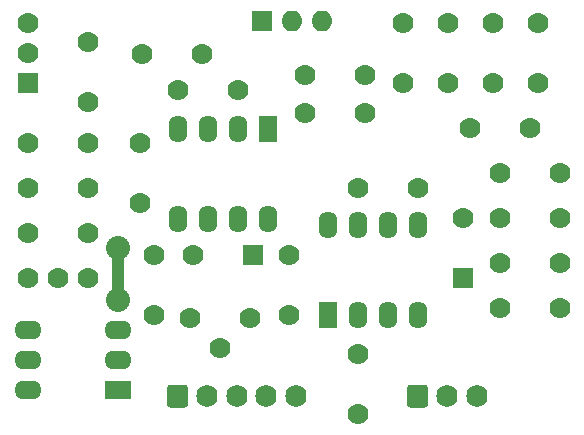
<source format=gbr>
G04 #@! TF.GenerationSoftware,KiCad,Pcbnew,(5.1.9)-1*
G04 #@! TF.CreationDate,2021-05-04T10:01:55+09:00*
G04 #@! TF.ProjectId,ipm165,69706d31-3635-42e6-9b69-6361645f7063,0*
G04 #@! TF.SameCoordinates,Original*
G04 #@! TF.FileFunction,Copper,L1,Top*
G04 #@! TF.FilePolarity,Positive*
%FSLAX46Y46*%
G04 Gerber Fmt 4.6, Leading zero omitted, Abs format (unit mm)*
G04 Created by KiCad (PCBNEW (5.1.9)-1) date 2021-05-04 10:01:55*
%MOMM*%
%LPD*%
G01*
G04 APERTURE LIST*
G04 #@! TA.AperFunction,ComponentPad*
%ADD10C,1.778000*%
G04 #@! TD*
G04 #@! TA.AperFunction,ComponentPad*
%ADD11O,1.600000X2.300000*%
G04 #@! TD*
G04 #@! TA.AperFunction,ComponentPad*
%ADD12R,1.600000X2.300000*%
G04 #@! TD*
G04 #@! TA.AperFunction,ComponentPad*
%ADD13O,2.300000X1.600000*%
G04 #@! TD*
G04 #@! TA.AperFunction,ComponentPad*
%ADD14R,2.300000X1.600000*%
G04 #@! TD*
G04 #@! TA.AperFunction,ComponentPad*
%ADD15R,1.778000X1.778000*%
G04 #@! TD*
G04 #@! TA.AperFunction,ComponentPad*
%ADD16O,1.778000X1.778000*%
G04 #@! TD*
G04 #@! TA.AperFunction,ComponentPad*
%ADD17O,1.778000X1.930400*%
G04 #@! TD*
G04 #@! TA.AperFunction,ViaPad*
%ADD18C,2.032000*%
G04 #@! TD*
G04 #@! TA.AperFunction,Conductor*
%ADD19C,1.016000*%
G04 #@! TD*
G04 APERTURE END LIST*
D10*
X43688000Y-35560000D03*
X38608000Y-35560000D03*
X36576000Y-54610000D03*
X36576000Y-49530000D03*
D11*
X46228000Y-46482000D03*
X43688000Y-46482000D03*
X41148000Y-46482000D03*
X38608000Y-46482000D03*
X38608000Y-38862000D03*
X41148000Y-38862000D03*
X43688000Y-38862000D03*
D12*
X46228000Y-38862000D03*
D10*
X25908000Y-47625000D03*
X30988000Y-47625000D03*
D13*
X33528000Y-58420000D03*
X25908000Y-55880000D03*
X25908000Y-58420000D03*
X25908000Y-60960000D03*
D14*
X33528000Y-60960000D03*
D13*
X33528000Y-55880000D03*
D11*
X51308000Y-46990000D03*
X53848000Y-46990000D03*
X56388000Y-46990000D03*
X58928000Y-46990000D03*
X58928000Y-54610000D03*
X56388000Y-54610000D03*
X53848000Y-54610000D03*
D12*
X51308000Y-54610000D03*
D10*
X35560000Y-32512000D03*
X40640000Y-32512000D03*
X54483000Y-37465000D03*
X49403000Y-37465000D03*
X57658000Y-34925000D03*
X57658000Y-29845000D03*
X65278000Y-34925000D03*
X65278000Y-29845000D03*
X70993000Y-53975000D03*
X65913000Y-53975000D03*
X70993000Y-46355000D03*
X65913000Y-46355000D03*
D15*
X44958000Y-49530000D03*
D10*
X39878000Y-49530000D03*
D15*
X62738000Y-51435000D03*
D10*
X62738000Y-46355000D03*
X30988000Y-36576000D03*
X30988000Y-31496000D03*
X30988000Y-40005000D03*
X25908000Y-40005000D03*
X25908000Y-43815000D03*
X30988000Y-43815000D03*
X35433000Y-40005000D03*
X35433000Y-45085000D03*
X54483000Y-34290000D03*
X49403000Y-34290000D03*
X61468000Y-34925000D03*
X61468000Y-29845000D03*
X69088000Y-34925000D03*
X69088000Y-29845000D03*
X68453000Y-38735000D03*
X63373000Y-38735000D03*
X70993000Y-50165000D03*
X65913000Y-50165000D03*
X48006000Y-49530000D03*
X48006000Y-54610000D03*
X53848000Y-57912000D03*
X53848000Y-62992000D03*
X53848000Y-43815000D03*
X58928000Y-43815000D03*
X65913000Y-42545000D03*
X70993000Y-42545000D03*
X30988000Y-51435000D03*
X28448000Y-51435000D03*
X25908000Y-51435000D03*
D16*
X50800000Y-29718000D03*
X48260000Y-29718000D03*
D15*
X45720000Y-29718000D03*
D17*
X48608000Y-61468000D03*
X46108000Y-61468000D03*
X43608000Y-61468000D03*
X41108000Y-61468000D03*
G04 #@! TA.AperFunction,ComponentPad*
G36*
G01*
X37719000Y-62171839D02*
X37719000Y-60764161D01*
G75*
G02*
X37980361Y-60502800I261361J0D01*
G01*
X39235639Y-60502800D01*
G75*
G02*
X39497000Y-60764161I0J-261361D01*
G01*
X39497000Y-62171839D01*
G75*
G02*
X39235639Y-62433200I-261361J0D01*
G01*
X37980361Y-62433200D01*
G75*
G02*
X37719000Y-62171839I0J261361D01*
G01*
G37*
G04 #@! TD.AperFunction*
D15*
X25908000Y-34925000D03*
D10*
X25908000Y-29845000D03*
X25908000Y-32385000D03*
D17*
X63928000Y-61468000D03*
X61428000Y-61468000D03*
G04 #@! TA.AperFunction,ComponentPad*
G36*
G01*
X58039000Y-62171839D02*
X58039000Y-60764161D01*
G75*
G02*
X58300361Y-60502800I261361J0D01*
G01*
X59555639Y-60502800D01*
G75*
G02*
X59817000Y-60764161I0J-261361D01*
G01*
X59817000Y-62171839D01*
G75*
G02*
X59555639Y-62433200I-261361J0D01*
G01*
X58300361Y-62433200D01*
G75*
G02*
X58039000Y-62171839I0J261361D01*
G01*
G37*
G04 #@! TD.AperFunction*
D10*
X39624000Y-54864000D03*
X42164000Y-57404000D03*
X44704000Y-54864000D03*
D18*
X33528000Y-53340000D03*
X33528000Y-48895000D03*
D19*
X33528000Y-49275999D02*
X33528000Y-53340000D01*
M02*

</source>
